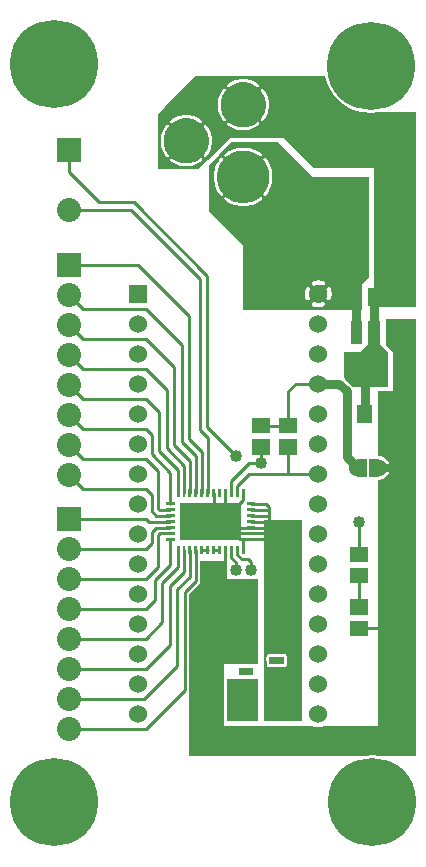
<source format=gbr>
G04 start of page 2 for group 0 idx 0 *
G04 Title: (unknown), component *
G04 Creator: pcb 20140316 *
G04 CreationDate: Wed 01 Aug 2018 03:37:01 PM GMT UTC *
G04 For: railfan *
G04 Format: Gerber/RS-274X *
G04 PCB-Dimensions (mil): 1400.00 2800.00 *
G04 PCB-Coordinate-Origin: lower left *
%MOIN*%
%FSLAX25Y25*%
%LNTOP*%
%ADD37C,0.0380*%
%ADD36C,0.1100*%
%ADD35C,0.1250*%
%ADD34C,0.0480*%
%ADD33C,0.0280*%
%ADD32C,0.1285*%
%ADD31C,0.0200*%
%ADD30C,0.0400*%
%ADD29R,0.0700X0.0700*%
%ADD28R,0.1240X0.1240*%
%ADD27R,0.0244X0.0244*%
%ADD26R,0.0490X0.0490*%
%ADD25R,0.0098X0.0098*%
%ADD24R,0.0630X0.0630*%
%ADD23R,0.0945X0.0945*%
%ADD22R,0.0378X0.0378*%
%ADD21R,0.0512X0.0512*%
%ADD20R,0.0300X0.0300*%
%ADD19C,0.1500*%
%ADD18C,0.1750*%
%ADD17C,0.0800*%
%ADD16C,0.0600*%
%ADD15C,0.2937*%
%ADD14C,0.0250*%
%ADD13C,0.0300*%
%ADD12C,0.0100*%
%ADD11C,0.0001*%
G54D11*G36*
X79500Y44000D02*X74500D01*
Y58000D01*
X79500D01*
Y44000D01*
G37*
G36*
X65693Y91500D02*X77382D01*
X77500Y91491D01*
X77618Y91500D01*
X82382D01*
X82500Y91491D01*
X82618Y91500D01*
X85000D01*
Y63000D01*
X62000D01*
Y86379D01*
X65212Y89591D01*
X65257Y89629D01*
X65410Y89809D01*
X65411Y89809D01*
X65534Y90010D01*
X65624Y90228D01*
X65679Y90458D01*
X65698Y90693D01*
X65693Y90752D01*
Y91500D01*
G37*
G36*
X74500Y88500D02*X65500D01*
Y89955D01*
X65534Y90010D01*
X65624Y90228D01*
X65679Y90458D01*
X65698Y90693D01*
X65693Y90752D01*
Y97500D01*
X74500D01*
Y94618D01*
X74491Y94500D01*
X74500Y94382D01*
Y88500D01*
G37*
G36*
X62000Y70500D02*X73500D01*
Y32500D01*
X62000D01*
Y54441D01*
X62005Y54500D01*
X62000Y54559D01*
Y70500D01*
G37*
G36*
X78000Y44000D02*Y58000D01*
X85000D01*
Y44000D01*
X78000D01*
G37*
G36*
X91158Y111000D02*X99500D01*
Y44000D01*
X91158D01*
Y62024D01*
X93716Y62029D01*
X93869Y62066D01*
X94015Y62126D01*
X94149Y62208D01*
X94269Y62310D01*
X94371Y62430D01*
X94453Y62564D01*
X94513Y62710D01*
X94550Y62863D01*
X94559Y63020D01*
X94550Y65617D01*
X94513Y65770D01*
X94453Y65916D01*
X94371Y66050D01*
X94269Y66170D01*
X94149Y66272D01*
X94015Y66354D01*
X93869Y66414D01*
X93716Y66451D01*
X93559Y66460D01*
X91158Y66456D01*
Y111000D01*
G37*
G36*
X87000Y44000D02*Y111000D01*
X91158D01*
Y66456D01*
X88599Y66451D01*
X88446Y66414D01*
X88300Y66354D01*
X88166Y66272D01*
X88046Y66170D01*
X87944Y66050D01*
X87862Y65916D01*
X87802Y65770D01*
X87765Y65617D01*
X87756Y65460D01*
X87765Y62863D01*
X87802Y62710D01*
X87862Y62564D01*
X87944Y62430D01*
X88046Y62310D01*
X88166Y62208D01*
X88300Y62126D01*
X88446Y62066D01*
X88599Y62029D01*
X88756Y62020D01*
X91158Y62024D01*
Y44000D01*
X87000D01*
G37*
G36*
X62000Y32500D02*Y42500D01*
X102915D01*
X102951Y42478D01*
X103605Y42207D01*
X104294Y42042D01*
X105000Y41986D01*
X105706Y42042D01*
X106395Y42207D01*
X107049Y42478D01*
X107085Y42500D01*
X137500D01*
Y32500D01*
X125622D01*
X125461Y32539D01*
X123000Y32732D01*
X120539Y32539D01*
X120378Y32500D01*
X62000D01*
G37*
G36*
X137500D02*X132000D01*
Y108007D01*
X135235Y108014D01*
X135465Y108069D01*
X135683Y108159D01*
X135884Y108283D01*
X136064Y108436D01*
X136217Y108616D01*
X136341Y108817D01*
X136431Y109035D01*
X136486Y109265D01*
X136500Y109500D01*
X136486Y115735D01*
X136431Y115965D01*
X136341Y116183D01*
X136217Y116384D01*
X136064Y116564D01*
X135884Y116717D01*
X135683Y116841D01*
X135465Y116931D01*
X135235Y116986D01*
X135000Y117000D01*
X132000Y116993D01*
Y117500D01*
X137500D01*
Y32500D01*
G37*
G36*
X132000D02*X125622D01*
X125461Y32539D01*
X125000Y32575D01*
Y117500D01*
X132000D01*
Y116993D01*
X128765Y116986D01*
X128535Y116931D01*
X128317Y116841D01*
X128116Y116717D01*
X127936Y116564D01*
X127783Y116384D01*
X127659Y116183D01*
X127569Y115965D01*
X127514Y115735D01*
X127500Y115500D01*
X127514Y109265D01*
X127569Y109035D01*
X127659Y108817D01*
X127783Y108616D01*
X127936Y108436D01*
X128116Y108283D01*
X128317Y108159D01*
X128535Y108069D01*
X128765Y108014D01*
X129000Y108000D01*
X132000Y108007D01*
Y32500D01*
G37*
G36*
X126500Y118500D02*X137500D01*
Y106500D01*
X126500D01*
Y118500D01*
G37*
G36*
X89000Y237000D02*X91500D01*
X103000Y225500D01*
Y222500D01*
X89286D01*
X89512Y223315D01*
X89671Y224182D01*
X89750Y225059D01*
Y225941D01*
X89671Y226818D01*
X89512Y227685D01*
X89276Y228534D01*
X89000Y229266D01*
Y237000D01*
G37*
G36*
X68500Y214000D02*Y215500D01*
X82500D01*
Y202500D01*
X80000D01*
X68500Y214000D01*
G37*
G36*
X88224Y228464D02*X88317Y228220D01*
X88528Y227459D01*
X88670Y226682D01*
X88741Y225895D01*
Y225105D01*
X88670Y224318D01*
X88528Y223541D01*
X88317Y222780D01*
X88224Y222536D01*
Y228464D01*
G37*
G36*
X91500Y214000D02*X88224D01*
Y220257D01*
X88581Y220849D01*
X88965Y221642D01*
X89276Y222466D01*
X89512Y223315D01*
X89671Y224182D01*
X89750Y225059D01*
Y225941D01*
X89671Y226818D01*
X89512Y227685D01*
X89276Y228534D01*
X88965Y229358D01*
X88581Y230151D01*
X88224Y230743D01*
Y237000D01*
X91500D01*
Y214000D01*
G37*
G36*
X88224D02*X80004D01*
Y215750D01*
X80441D01*
X81318Y215829D01*
X82185Y215988D01*
X83034Y216224D01*
X83858Y216535D01*
X84651Y216919D01*
X85406Y217374D01*
X86116Y217894D01*
X86175Y217949D01*
X86224Y218012D01*
X86262Y218083D01*
X86289Y218158D01*
X86304Y218237D01*
X86307Y218317D01*
X86297Y218396D01*
X86274Y218473D01*
X86240Y218545D01*
X86195Y218612D01*
X86140Y218670D01*
X86076Y218719D01*
X86006Y218757D01*
X85931Y218784D01*
X85852Y218799D01*
X85772Y218802D01*
X85692Y218791D01*
X85615Y218769D01*
X85543Y218735D01*
X85478Y218688D01*
X84846Y218215D01*
X84169Y217807D01*
X83459Y217463D01*
X82720Y217183D01*
X81959Y216972D01*
X81182Y216830D01*
X80395Y216759D01*
X80004D01*
Y234241D01*
X80395D01*
X81182Y234170D01*
X81959Y234028D01*
X82720Y233817D01*
X83459Y233537D01*
X84169Y233193D01*
X84846Y232785D01*
X85483Y232319D01*
X85548Y232273D01*
X85619Y232239D01*
X85694Y232217D01*
X85772Y232207D01*
X85851Y232210D01*
X85928Y232224D01*
X86002Y232251D01*
X86071Y232289D01*
X86134Y232337D01*
X86188Y232394D01*
X86232Y232459D01*
X86266Y232530D01*
X86288Y232606D01*
X86298Y232684D01*
X86295Y232762D01*
X86281Y232840D01*
X86254Y232914D01*
X86217Y232983D01*
X86168Y233045D01*
X86110Y233098D01*
X85406Y233626D01*
X84651Y234081D01*
X83858Y234465D01*
X83034Y234776D01*
X82185Y235012D01*
X81318Y235171D01*
X80441Y235250D01*
X80004D01*
Y237000D01*
X88224D01*
Y230743D01*
X88126Y230906D01*
X87606Y231616D01*
X87551Y231675D01*
X87488Y231724D01*
X87417Y231762D01*
X87342Y231789D01*
X87263Y231804D01*
X87183Y231807D01*
X87104Y231797D01*
X87027Y231774D01*
X86955Y231740D01*
X86888Y231695D01*
X86830Y231640D01*
X86781Y231576D01*
X86743Y231506D01*
X86716Y231431D01*
X86701Y231352D01*
X86698Y231272D01*
X86709Y231192D01*
X86731Y231115D01*
X86765Y231043D01*
X86812Y230978D01*
X87285Y230346D01*
X87693Y229669D01*
X88037Y228959D01*
X88224Y228464D01*
Y222536D01*
X88037Y222041D01*
X87693Y221331D01*
X87285Y220654D01*
X86819Y220017D01*
X86773Y219952D01*
X86739Y219881D01*
X86717Y219806D01*
X86707Y219728D01*
X86710Y219649D01*
X86724Y219572D01*
X86751Y219498D01*
X86789Y219429D01*
X86837Y219366D01*
X86894Y219312D01*
X86959Y219268D01*
X87030Y219234D01*
X87106Y219212D01*
X87184Y219202D01*
X87262Y219205D01*
X87340Y219219D01*
X87414Y219246D01*
X87483Y219283D01*
X87545Y219332D01*
X87598Y219390D01*
X88126Y220094D01*
X88224Y220257D01*
Y214000D01*
G37*
G36*
X80004D02*X71776D01*
Y220257D01*
X71874Y220094D01*
X72394Y219384D01*
X72449Y219325D01*
X72512Y219276D01*
X72583Y219238D01*
X72658Y219211D01*
X72737Y219196D01*
X72817Y219193D01*
X72896Y219203D01*
X72973Y219226D01*
X73045Y219260D01*
X73112Y219305D01*
X73170Y219360D01*
X73219Y219424D01*
X73257Y219494D01*
X73284Y219569D01*
X73299Y219648D01*
X73302Y219728D01*
X73291Y219808D01*
X73269Y219885D01*
X73235Y219957D01*
X73188Y220022D01*
X72715Y220654D01*
X72307Y221331D01*
X71963Y222041D01*
X71776Y222536D01*
Y228464D01*
X71963Y228959D01*
X72307Y229669D01*
X72715Y230346D01*
X73181Y230983D01*
X73227Y231048D01*
X73261Y231119D01*
X73283Y231194D01*
X73293Y231272D01*
X73290Y231351D01*
X73276Y231428D01*
X73249Y231502D01*
X73211Y231571D01*
X73163Y231634D01*
X73106Y231688D01*
X73041Y231732D01*
X72970Y231766D01*
X72894Y231788D01*
X72816Y231798D01*
X72738Y231795D01*
X72660Y231781D01*
X72586Y231754D01*
X72517Y231717D01*
X72455Y231668D01*
X72402Y231610D01*
X71874Y230906D01*
X71776Y230743D01*
Y232776D01*
X76000Y237000D01*
X80004D01*
Y235250D01*
X79559D01*
X78682Y235171D01*
X77815Y235012D01*
X76966Y234776D01*
X76142Y234465D01*
X75349Y234081D01*
X74594Y233626D01*
X73884Y233106D01*
X73825Y233051D01*
X73776Y232988D01*
X73738Y232917D01*
X73711Y232842D01*
X73696Y232763D01*
X73693Y232683D01*
X73703Y232604D01*
X73726Y232527D01*
X73760Y232455D01*
X73805Y232388D01*
X73860Y232330D01*
X73924Y232281D01*
X73994Y232243D01*
X74069Y232216D01*
X74148Y232201D01*
X74228Y232198D01*
X74308Y232209D01*
X74385Y232231D01*
X74457Y232265D01*
X74522Y232312D01*
X75154Y232785D01*
X75831Y233193D01*
X76541Y233537D01*
X77280Y233817D01*
X78041Y234028D01*
X78818Y234170D01*
X79605Y234241D01*
X80004D01*
Y216759D01*
X79605D01*
X78818Y216830D01*
X78041Y216972D01*
X77280Y217183D01*
X76541Y217463D01*
X75831Y217807D01*
X75154Y218215D01*
X74517Y218681D01*
X74452Y218727D01*
X74381Y218761D01*
X74306Y218783D01*
X74228Y218793D01*
X74149Y218790D01*
X74072Y218776D01*
X73998Y218749D01*
X73929Y218711D01*
X73866Y218663D01*
X73812Y218606D01*
X73768Y218541D01*
X73734Y218470D01*
X73712Y218394D01*
X73702Y218316D01*
X73705Y218238D01*
X73719Y218160D01*
X73746Y218086D01*
X73783Y218017D01*
X73832Y217955D01*
X73890Y217902D01*
X74594Y217374D01*
X75349Y216919D01*
X76142Y216535D01*
X76966Y216224D01*
X77815Y215988D01*
X78682Y215829D01*
X79559Y215750D01*
X80004D01*
Y214000D01*
G37*
G36*
X71776Y222536D02*X71683Y222780D01*
X71472Y223541D01*
X71330Y224318D01*
X71259Y225105D01*
Y225895D01*
X71330Y226682D01*
X71472Y227459D01*
X71683Y228220D01*
X71776Y228464D01*
Y222536D01*
G37*
G36*
Y214000D02*X68500D01*
Y229500D01*
X71776Y232776D01*
Y230743D01*
X71419Y230151D01*
X71035Y229358D01*
X70724Y228534D01*
X70488Y227685D01*
X70329Y226818D01*
X70250Y225941D01*
Y225059D01*
X70329Y224182D01*
X70488Y223315D01*
X70724Y222466D01*
X71035Y221642D01*
X71419Y220849D01*
X71776Y220257D01*
Y214000D01*
G37*
G36*
X119500Y181000D02*X108613D01*
Y184353D01*
X108656Y184360D01*
X108768Y184397D01*
X108873Y184452D01*
X108968Y184522D01*
X109051Y184606D01*
X109119Y184702D01*
X109170Y184808D01*
X109318Y185216D01*
X109422Y185637D01*
X109484Y186067D01*
X109505Y186500D01*
X109484Y186933D01*
X109422Y187363D01*
X109318Y187784D01*
X109175Y188194D01*
X109122Y188300D01*
X109053Y188396D01*
X108970Y188481D01*
X108875Y188551D01*
X108769Y188606D01*
X108657Y188643D01*
X108613Y188651D01*
Y225500D01*
X122000D01*
Y192000D01*
X119500Y189500D01*
Y181000D01*
G37*
G36*
X108613D02*X105176D01*
X105002Y181014D01*
Y181995D01*
X105433Y182016D01*
X105863Y182078D01*
X106284Y182182D01*
X106694Y182325D01*
X106800Y182378D01*
X106896Y182447D01*
X106981Y182530D01*
X107051Y182625D01*
X107106Y182731D01*
X107143Y182843D01*
X107163Y182960D01*
X107164Y183079D01*
X107146Y183196D01*
X107110Y183309D01*
X107057Y183415D01*
X106988Y183512D01*
X106905Y183596D01*
X106809Y183667D01*
X106704Y183721D01*
X106592Y183759D01*
X106475Y183778D01*
X106356Y183779D01*
X106239Y183761D01*
X106126Y183723D01*
X105855Y183624D01*
X105575Y183556D01*
X105289Y183514D01*
X105002Y183500D01*
Y189500D01*
X105289Y189486D01*
X105575Y189444D01*
X105855Y189376D01*
X106128Y189280D01*
X106239Y189242D01*
X106356Y189225D01*
X106474Y189225D01*
X106591Y189245D01*
X106703Y189282D01*
X106807Y189336D01*
X106902Y189406D01*
X106985Y189491D01*
X107054Y189587D01*
X107107Y189692D01*
X107143Y189805D01*
X107160Y189921D01*
X107159Y190039D01*
X107140Y190156D01*
X107103Y190268D01*
X107048Y190373D01*
X106978Y190468D01*
X106894Y190551D01*
X106798Y190619D01*
X106692Y190670D01*
X106284Y190818D01*
X105863Y190922D01*
X105433Y190984D01*
X105002Y191005D01*
Y225500D01*
X108613D01*
Y188651D01*
X108540Y188663D01*
X108421Y188664D01*
X108304Y188646D01*
X108191Y188610D01*
X108085Y188557D01*
X107988Y188488D01*
X107904Y188405D01*
X107833Y188309D01*
X107779Y188204D01*
X107741Y188092D01*
X107722Y187975D01*
X107721Y187856D01*
X107739Y187739D01*
X107777Y187626D01*
X107876Y187355D01*
X107944Y187075D01*
X107986Y186789D01*
X108000Y186500D01*
X107986Y186211D01*
X107944Y185925D01*
X107876Y185645D01*
X107780Y185372D01*
X107742Y185261D01*
X107725Y185144D01*
X107725Y185026D01*
X107745Y184909D01*
X107782Y184797D01*
X107836Y184693D01*
X107906Y184598D01*
X107991Y184515D01*
X108087Y184446D01*
X108192Y184393D01*
X108305Y184357D01*
X108421Y184340D01*
X108539Y184341D01*
X108613Y184353D01*
Y181000D01*
G37*
G36*
X105002Y181014D02*X105000Y181014D01*
X104824Y181000D01*
X101387D01*
Y184349D01*
X101460Y184337D01*
X101579Y184336D01*
X101696Y184354D01*
X101809Y184390D01*
X101915Y184443D01*
X102012Y184512D01*
X102096Y184595D01*
X102167Y184691D01*
X102221Y184796D01*
X102259Y184908D01*
X102278Y185025D01*
X102279Y185144D01*
X102261Y185261D01*
X102223Y185374D01*
X102124Y185645D01*
X102056Y185925D01*
X102014Y186211D01*
X102000Y186500D01*
X102014Y186789D01*
X102056Y187075D01*
X102124Y187355D01*
X102220Y187628D01*
X102258Y187739D01*
X102275Y187856D01*
X102275Y187974D01*
X102255Y188091D01*
X102218Y188203D01*
X102164Y188307D01*
X102094Y188402D01*
X102009Y188485D01*
X101913Y188554D01*
X101808Y188607D01*
X101695Y188643D01*
X101579Y188660D01*
X101461Y188659D01*
X101387Y188647D01*
Y225500D01*
X105002D01*
Y191005D01*
X105000Y191005D01*
X104567Y190984D01*
X104137Y190922D01*
X103716Y190818D01*
X103306Y190675D01*
X103200Y190622D01*
X103104Y190553D01*
X103019Y190470D01*
X102949Y190375D01*
X102894Y190269D01*
X102857Y190157D01*
X102837Y190040D01*
X102836Y189921D01*
X102854Y189804D01*
X102890Y189691D01*
X102943Y189585D01*
X103012Y189488D01*
X103095Y189404D01*
X103191Y189333D01*
X103296Y189279D01*
X103408Y189241D01*
X103525Y189222D01*
X103644Y189221D01*
X103761Y189239D01*
X103874Y189277D01*
X104145Y189376D01*
X104425Y189444D01*
X104711Y189486D01*
X105000Y189500D01*
X105002Y189500D01*
Y183500D01*
X105000Y183500D01*
X104711Y183514D01*
X104425Y183556D01*
X104145Y183624D01*
X103872Y183720D01*
X103761Y183758D01*
X103644Y183775D01*
X103526Y183775D01*
X103409Y183755D01*
X103297Y183718D01*
X103193Y183664D01*
X103098Y183594D01*
X103015Y183509D01*
X102946Y183413D01*
X102893Y183308D01*
X102857Y183195D01*
X102840Y183079D01*
X102841Y182961D01*
X102860Y182844D01*
X102897Y182732D01*
X102952Y182627D01*
X103022Y182532D01*
X103106Y182449D01*
X103202Y182381D01*
X103308Y182330D01*
X103716Y182182D01*
X104137Y182078D01*
X104567Y182016D01*
X105000Y181995D01*
X105002Y181995D01*
Y181014D01*
G37*
G36*
X101387Y181000D02*X80000D01*
Y215750D01*
X80441D01*
X81318Y215829D01*
X82185Y215988D01*
X83034Y216224D01*
X83858Y216535D01*
X84651Y216919D01*
X85406Y217374D01*
X86116Y217894D01*
X86175Y217949D01*
X86224Y218012D01*
X86262Y218083D01*
X86289Y218158D01*
X86304Y218237D01*
X86307Y218317D01*
X86297Y218396D01*
X86274Y218473D01*
X86240Y218545D01*
X86195Y218612D01*
X86140Y218670D01*
X86076Y218719D01*
X86006Y218757D01*
X85931Y218784D01*
X85852Y218799D01*
X85772Y218802D01*
X85692Y218791D01*
X85615Y218769D01*
X85543Y218735D01*
X85478Y218688D01*
X84846Y218215D01*
X84169Y217807D01*
X83459Y217463D01*
X82720Y217183D01*
X81959Y216972D01*
X81182Y216830D01*
X80395Y216759D01*
X80000D01*
Y225500D01*
X88741D01*
Y225105D01*
X88670Y224318D01*
X88528Y223541D01*
X88317Y222780D01*
X88037Y222041D01*
X87693Y221331D01*
X87285Y220654D01*
X86819Y220017D01*
X86773Y219952D01*
X86739Y219881D01*
X86717Y219806D01*
X86707Y219728D01*
X86710Y219649D01*
X86724Y219572D01*
X86751Y219498D01*
X86789Y219429D01*
X86837Y219366D01*
X86894Y219312D01*
X86959Y219268D01*
X87030Y219234D01*
X87106Y219212D01*
X87184Y219202D01*
X87262Y219205D01*
X87340Y219219D01*
X87414Y219246D01*
X87483Y219283D01*
X87545Y219332D01*
X87598Y219390D01*
X88126Y220094D01*
X88581Y220849D01*
X88965Y221642D01*
X89276Y222466D01*
X89512Y223315D01*
X89671Y224182D01*
X89750Y225059D01*
Y225500D01*
X101387D01*
Y188647D01*
X101344Y188640D01*
X101232Y188603D01*
X101127Y188548D01*
X101032Y188478D01*
X100949Y188394D01*
X100881Y188298D01*
X100830Y188192D01*
X100682Y187784D01*
X100578Y187363D01*
X100516Y186933D01*
X100495Y186500D01*
X100516Y186067D01*
X100578Y185637D01*
X100682Y185216D01*
X100825Y184806D01*
X100878Y184700D01*
X100947Y184604D01*
X101030Y184519D01*
X101125Y184449D01*
X101231Y184394D01*
X101343Y184357D01*
X101387Y184349D01*
Y181000D01*
G37*
G36*
X137500Y247000D02*Y182000D01*
X123500D01*
Y246846D01*
X124961Y246961D01*
X125122Y247000D01*
X137500D01*
G37*
G36*
Y112000D02*X136494D01*
X136486Y115735D01*
X136431Y115965D01*
X136341Y116183D01*
X136217Y116384D01*
X136064Y116564D01*
X135884Y116717D01*
X135683Y116841D01*
X135465Y116931D01*
X135235Y116986D01*
X135000Y117000D01*
X128765Y116986D01*
X128535Y116931D01*
X128317Y116841D01*
X128116Y116717D01*
X127936Y116564D01*
X127783Y116384D01*
X127659Y116183D01*
X127569Y115965D01*
X127514Y115735D01*
X127500Y115500D01*
X127508Y112000D01*
X125000D01*
Y124496D01*
X125528Y124537D01*
X126140Y124684D01*
X126722Y124925D01*
X127258Y125254D01*
X127737Y125663D01*
X128146Y126142D01*
X128475Y126678D01*
X128716Y127260D01*
X128863Y127872D01*
X128900Y128500D01*
X128863Y129128D01*
X128716Y129740D01*
X128475Y130322D01*
X128146Y130858D01*
X127737Y131337D01*
X127258Y131746D01*
X126722Y132075D01*
X126140Y132316D01*
X125528Y132463D01*
X125000Y132504D01*
Y154000D01*
X137500D01*
Y112000D01*
G37*
G36*
X127500Y178000D02*X137500D01*
Y152000D01*
X130000D01*
Y167000D01*
X127500Y169500D01*
Y178000D01*
G37*
G36*
X113500Y167000D02*X123500D01*
Y155500D01*
X116507D01*
X116273Y155773D01*
X116198Y155837D01*
X113837Y158198D01*
X113773Y158273D01*
X113500Y158507D01*
Y167000D01*
G37*
G36*
X87155Y251745D02*X87319Y251138D01*
X87435Y250488D01*
X87493Y249830D01*
Y249170D01*
X87435Y248512D01*
X87319Y247862D01*
X87155Y247255D01*
Y251745D01*
G37*
G36*
Y259000D02*X107211D01*
X107538Y257638D01*
X108482Y255358D01*
X109772Y253253D01*
X111376Y251376D01*
X113253Y249772D01*
X115358Y248482D01*
X117638Y247538D01*
X120039Y246961D01*
X122000Y246807D01*
Y238500D01*
X87155D01*
Y244896D01*
X87530Y245539D01*
X87849Y246216D01*
X88107Y246919D01*
X88303Y247642D01*
X88434Y248380D01*
X88500Y249126D01*
Y249874D01*
X88434Y250621D01*
X88303Y251358D01*
X88107Y252081D01*
X87849Y252784D01*
X87530Y253461D01*
X87155Y254104D01*
Y259000D01*
G37*
G36*
X80004D02*X87155D01*
Y254104D01*
X87152Y254108D01*
X86719Y254719D01*
X86666Y254779D01*
X86604Y254828D01*
X86534Y254868D01*
X86460Y254896D01*
X86381Y254912D01*
X86302Y254916D01*
X86222Y254907D01*
X86145Y254886D01*
X86073Y254853D01*
X86006Y254809D01*
X85947Y254756D01*
X85897Y254693D01*
X85857Y254624D01*
X85829Y254549D01*
X85813Y254471D01*
X85809Y254391D01*
X85818Y254312D01*
X85839Y254235D01*
X85872Y254162D01*
X85917Y254096D01*
X86305Y253562D01*
X86638Y252992D01*
X86919Y252395D01*
X87147Y251775D01*
X87155Y251745D01*
Y247255D01*
X87147Y247225D01*
X86919Y246605D01*
X86638Y246008D01*
X86305Y245438D01*
X85923Y244899D01*
X85879Y244834D01*
X85846Y244763D01*
X85825Y244687D01*
X85817Y244609D01*
X85820Y244530D01*
X85836Y244453D01*
X85864Y244379D01*
X85903Y244311D01*
X85952Y244249D01*
X86010Y244196D01*
X86076Y244153D01*
X86148Y244121D01*
X86224Y244100D01*
X86302Y244091D01*
X86381Y244095D01*
X86458Y244111D01*
X86531Y244139D01*
X86600Y244178D01*
X86661Y244227D01*
X86713Y244286D01*
X87152Y244892D01*
X87155Y244896D01*
Y238500D01*
X80004D01*
Y241000D01*
X80374D01*
X81120Y241066D01*
X81858Y241197D01*
X82581Y241393D01*
X83284Y241651D01*
X83961Y241970D01*
X84608Y242348D01*
X85219Y242781D01*
X85279Y242834D01*
X85328Y242896D01*
X85368Y242966D01*
X85396Y243040D01*
X85412Y243119D01*
X85416Y243198D01*
X85407Y243278D01*
X85386Y243355D01*
X85353Y243427D01*
X85309Y243494D01*
X85256Y243553D01*
X85193Y243603D01*
X85124Y243643D01*
X85049Y243671D01*
X84971Y243687D01*
X84891Y243691D01*
X84812Y243682D01*
X84735Y243661D01*
X84662Y243628D01*
X84596Y243583D01*
X84062Y243195D01*
X83492Y242862D01*
X82895Y242581D01*
X82275Y242353D01*
X81638Y242181D01*
X80988Y242065D01*
X80330Y242007D01*
X80004D01*
Y256993D01*
X80330D01*
X80988Y256935D01*
X81638Y256819D01*
X82275Y256647D01*
X82895Y256419D01*
X83492Y256138D01*
X84062Y255805D01*
X84601Y255423D01*
X84666Y255379D01*
X84737Y255346D01*
X84813Y255325D01*
X84891Y255317D01*
X84970Y255320D01*
X85047Y255336D01*
X85121Y255364D01*
X85189Y255403D01*
X85251Y255452D01*
X85304Y255510D01*
X85347Y255576D01*
X85379Y255648D01*
X85400Y255724D01*
X85409Y255802D01*
X85405Y255881D01*
X85389Y255958D01*
X85361Y256031D01*
X85322Y256100D01*
X85273Y256161D01*
X85214Y256213D01*
X84608Y256652D01*
X83961Y257030D01*
X83284Y257349D01*
X82581Y257607D01*
X81858Y257803D01*
X81120Y257934D01*
X80374Y258000D01*
X80004D01*
Y259000D01*
G37*
G36*
X72845D02*X80004D01*
Y258000D01*
X79626D01*
X78879Y257934D01*
X78142Y257803D01*
X77419Y257607D01*
X76716Y257349D01*
X76039Y257030D01*
X75392Y256652D01*
X74781Y256219D01*
X74721Y256166D01*
X74672Y256104D01*
X74632Y256034D01*
X74604Y255960D01*
X74588Y255881D01*
X74584Y255802D01*
X74593Y255722D01*
X74614Y255645D01*
X74647Y255573D01*
X74691Y255506D01*
X74744Y255447D01*
X74807Y255397D01*
X74876Y255357D01*
X74951Y255329D01*
X75029Y255313D01*
X75109Y255309D01*
X75188Y255318D01*
X75265Y255339D01*
X75338Y255372D01*
X75404Y255417D01*
X75938Y255805D01*
X76508Y256138D01*
X77105Y256419D01*
X77725Y256647D01*
X78362Y256819D01*
X79012Y256935D01*
X79670Y256993D01*
X80004D01*
Y242007D01*
X79670D01*
X79012Y242065D01*
X78362Y242181D01*
X77725Y242353D01*
X77105Y242581D01*
X76508Y242862D01*
X75938Y243195D01*
X75399Y243577D01*
X75334Y243621D01*
X75263Y243654D01*
X75187Y243675D01*
X75109Y243683D01*
X75030Y243680D01*
X74953Y243664D01*
X74879Y243636D01*
X74811Y243597D01*
X74749Y243548D01*
X74696Y243490D01*
X74653Y243424D01*
X74621Y243352D01*
X74600Y243276D01*
X74591Y243198D01*
X74595Y243119D01*
X74611Y243042D01*
X74639Y242969D01*
X74678Y242900D01*
X74727Y242839D01*
X74786Y242787D01*
X75392Y242348D01*
X76039Y241970D01*
X76716Y241651D01*
X77419Y241393D01*
X78142Y241197D01*
X78879Y241066D01*
X79626Y241000D01*
X80004D01*
Y238500D01*
X72845D01*
Y244896D01*
X72848Y244892D01*
X73281Y244281D01*
X73334Y244221D01*
X73396Y244172D01*
X73466Y244132D01*
X73540Y244104D01*
X73619Y244088D01*
X73698Y244084D01*
X73778Y244093D01*
X73855Y244114D01*
X73927Y244147D01*
X73994Y244191D01*
X74053Y244244D01*
X74103Y244307D01*
X74143Y244376D01*
X74171Y244451D01*
X74187Y244529D01*
X74191Y244609D01*
X74182Y244688D01*
X74161Y244765D01*
X74128Y244838D01*
X74083Y244904D01*
X73695Y245438D01*
X73362Y246008D01*
X73081Y246605D01*
X72853Y247225D01*
X72845Y247255D01*
Y251745D01*
X72853Y251775D01*
X73081Y252395D01*
X73362Y252992D01*
X73695Y253562D01*
X74077Y254101D01*
X74121Y254166D01*
X74154Y254237D01*
X74175Y254313D01*
X74183Y254391D01*
X74180Y254470D01*
X74164Y254547D01*
X74136Y254621D01*
X74097Y254689D01*
X74048Y254751D01*
X73990Y254804D01*
X73924Y254847D01*
X73852Y254879D01*
X73776Y254900D01*
X73698Y254909D01*
X73619Y254905D01*
X73542Y254889D01*
X73469Y254861D01*
X73400Y254822D01*
X73339Y254773D01*
X73287Y254714D01*
X72848Y254108D01*
X72845Y254104D01*
Y259000D01*
G37*
G36*
Y247255D02*X72681Y247862D01*
X72565Y248512D01*
X72507Y249170D01*
Y249830D01*
X72565Y250488D01*
X72681Y251138D01*
X72845Y251745D01*
Y247255D01*
G37*
G36*
X70000Y259000D02*X72845D01*
Y254104D01*
X72470Y253461D01*
X72151Y252784D01*
X71893Y252081D01*
X71697Y251358D01*
X71566Y250621D01*
X71500Y249874D01*
Y249126D01*
X71566Y248380D01*
X71697Y247642D01*
X71893Y246919D01*
X72151Y246216D01*
X72470Y245539D01*
X72845Y244896D01*
Y238500D01*
X70000D01*
Y259000D01*
G37*
G36*
X92500Y239500D02*X122000D01*
Y228500D01*
X103500D01*
X92500Y239500D01*
G37*
G36*
X112000Y247000D02*X119878D01*
X120039Y246961D01*
X122500Y246768D01*
X124961Y246961D01*
X125122Y247000D01*
X137500D01*
Y228500D01*
X112000D01*
Y247000D01*
G37*
G36*
X75500Y238500D02*X72845Y235845D01*
Y244896D01*
X72848Y244892D01*
X73281Y244281D01*
X73334Y244221D01*
X73396Y244172D01*
X73466Y244132D01*
X73540Y244104D01*
X73619Y244088D01*
X73698Y244084D01*
X73778Y244093D01*
X73855Y244114D01*
X73927Y244147D01*
X73994Y244191D01*
X74053Y244244D01*
X74103Y244307D01*
X74143Y244376D01*
X74171Y244451D01*
X74187Y244529D01*
X74191Y244609D01*
X74182Y244688D01*
X74161Y244765D01*
X74128Y244838D01*
X74083Y244904D01*
X73695Y245438D01*
X73362Y246008D01*
X73081Y246605D01*
X72853Y247225D01*
X72845Y247255D01*
Y251745D01*
X72853Y251775D01*
X73081Y252395D01*
X73362Y252992D01*
X73695Y253562D01*
X74077Y254101D01*
X74121Y254166D01*
X74154Y254237D01*
X74175Y254313D01*
X74183Y254391D01*
X74180Y254470D01*
X74164Y254547D01*
X74136Y254621D01*
X74097Y254689D01*
X74048Y254751D01*
X73990Y254804D01*
X73924Y254847D01*
X73852Y254879D01*
X73776Y254900D01*
X73698Y254909D01*
X73619Y254905D01*
X73542Y254889D01*
X73469Y254861D01*
X73400Y254822D01*
X73339Y254773D01*
X73287Y254714D01*
X72848Y254108D01*
X72845Y254104D01*
Y259000D01*
X74000D01*
X75121Y243682D01*
X75109Y243683D01*
X75030Y243680D01*
X74953Y243664D01*
X74879Y243636D01*
X74811Y243597D01*
X74749Y243548D01*
X74696Y243490D01*
X74653Y243424D01*
X74621Y243352D01*
X74600Y243276D01*
X74591Y243198D01*
X74595Y243119D01*
X74611Y243042D01*
X74639Y242969D01*
X74678Y242900D01*
X74727Y242839D01*
X74786Y242787D01*
X75209Y242480D01*
X75500Y238500D01*
G37*
G36*
X72845Y247255D02*X72681Y247862D01*
X72565Y248512D01*
X72507Y249170D01*
Y249830D01*
X72565Y250488D01*
X72681Y251138D01*
X72845Y251745D01*
Y247255D01*
G37*
G36*
X68155Y239745D02*X68319Y239138D01*
X68435Y238488D01*
X68493Y237830D01*
Y237170D01*
X68435Y236512D01*
X68319Y235862D01*
X68155Y235255D01*
Y239745D01*
G37*
G36*
X72845Y235845D02*X68155Y231155D01*
Y232896D01*
X68530Y233539D01*
X68849Y234216D01*
X69107Y234919D01*
X69303Y235642D01*
X69434Y236380D01*
X69500Y237126D01*
Y237874D01*
X69434Y238621D01*
X69303Y239358D01*
X69107Y240081D01*
X68849Y240784D01*
X68530Y241461D01*
X68155Y242104D01*
Y259000D01*
X72845D01*
Y254104D01*
X72470Y253461D01*
X72151Y252784D01*
X71893Y252081D01*
X71697Y251358D01*
X71566Y250621D01*
X71500Y249874D01*
Y249126D01*
X71566Y248380D01*
X71697Y247642D01*
X71893Y246919D01*
X72151Y246216D01*
X72470Y245539D01*
X72845Y244896D01*
Y235845D01*
G37*
G36*
X68155Y231155D02*X65000Y228000D01*
X61004D01*
Y229000D01*
X61374D01*
X62121Y229066D01*
X62858Y229197D01*
X63581Y229393D01*
X64284Y229651D01*
X64961Y229970D01*
X65608Y230348D01*
X66219Y230781D01*
X66279Y230834D01*
X66328Y230896D01*
X66368Y230966D01*
X66396Y231040D01*
X66412Y231119D01*
X66416Y231198D01*
X66407Y231278D01*
X66386Y231355D01*
X66353Y231427D01*
X66309Y231494D01*
X66256Y231553D01*
X66193Y231603D01*
X66124Y231643D01*
X66049Y231671D01*
X65971Y231687D01*
X65891Y231691D01*
X65812Y231682D01*
X65735Y231661D01*
X65662Y231628D01*
X65596Y231583D01*
X65062Y231195D01*
X64492Y230862D01*
X63895Y230581D01*
X63275Y230353D01*
X62638Y230181D01*
X61988Y230065D01*
X61330Y230007D01*
X61004D01*
Y244993D01*
X61330D01*
X61988Y244935D01*
X62638Y244819D01*
X63275Y244647D01*
X63895Y244419D01*
X64492Y244138D01*
X65062Y243805D01*
X65601Y243423D01*
X65666Y243379D01*
X65737Y243346D01*
X65813Y243325D01*
X65891Y243317D01*
X65970Y243320D01*
X66047Y243336D01*
X66121Y243364D01*
X66189Y243403D01*
X66251Y243452D01*
X66304Y243510D01*
X66347Y243576D01*
X66379Y243648D01*
X66400Y243724D01*
X66409Y243802D01*
X66405Y243881D01*
X66389Y243958D01*
X66361Y244031D01*
X66322Y244100D01*
X66273Y244161D01*
X66214Y244213D01*
X65608Y244652D01*
X64961Y245030D01*
X64284Y245349D01*
X63581Y245607D01*
X62858Y245803D01*
X62121Y245934D01*
X61374Y246000D01*
X61004D01*
Y256004D01*
X64000Y259000D01*
X68155D01*
Y242104D01*
X68152Y242108D01*
X67719Y242719D01*
X67666Y242779D01*
X67604Y242828D01*
X67534Y242868D01*
X67460Y242896D01*
X67381Y242912D01*
X67302Y242916D01*
X67222Y242907D01*
X67145Y242886D01*
X67073Y242853D01*
X67006Y242809D01*
X66947Y242756D01*
X66897Y242693D01*
X66857Y242624D01*
X66829Y242549D01*
X66813Y242471D01*
X66809Y242391D01*
X66818Y242312D01*
X66839Y242235D01*
X66872Y242162D01*
X66917Y242096D01*
X67305Y241562D01*
X67638Y240992D01*
X67919Y240395D01*
X68147Y239775D01*
X68155Y239745D01*
Y235255D01*
X68147Y235225D01*
X67919Y234605D01*
X67638Y234008D01*
X67305Y233438D01*
X66923Y232899D01*
X66879Y232834D01*
X66846Y232763D01*
X66825Y232687D01*
X66817Y232609D01*
X66820Y232530D01*
X66836Y232453D01*
X66864Y232379D01*
X66903Y232311D01*
X66952Y232249D01*
X67010Y232196D01*
X67076Y232153D01*
X67148Y232121D01*
X67224Y232100D01*
X67302Y232091D01*
X67381Y232095D01*
X67458Y232111D01*
X67531Y232139D01*
X67600Y232178D01*
X67661Y232227D01*
X67713Y232286D01*
X68152Y232892D01*
X68155Y232896D01*
Y231155D01*
G37*
G36*
X61004Y228000D02*X53845D01*
Y232896D01*
X53848Y232892D01*
X54281Y232281D01*
X54334Y232221D01*
X54396Y232172D01*
X54466Y232132D01*
X54540Y232104D01*
X54619Y232088D01*
X54698Y232084D01*
X54778Y232093D01*
X54855Y232114D01*
X54927Y232147D01*
X54994Y232191D01*
X55053Y232244D01*
X55103Y232307D01*
X55143Y232376D01*
X55171Y232451D01*
X55187Y232529D01*
X55191Y232609D01*
X55182Y232688D01*
X55161Y232765D01*
X55128Y232838D01*
X55083Y232904D01*
X54695Y233438D01*
X54362Y234008D01*
X54081Y234605D01*
X53853Y235225D01*
X53845Y235255D01*
Y239745D01*
X53853Y239775D01*
X54081Y240395D01*
X54362Y240992D01*
X54695Y241562D01*
X55077Y242101D01*
X55121Y242166D01*
X55154Y242237D01*
X55175Y242313D01*
X55183Y242391D01*
X55180Y242470D01*
X55164Y242547D01*
X55136Y242621D01*
X55097Y242689D01*
X55048Y242751D01*
X54990Y242804D01*
X54924Y242847D01*
X54852Y242879D01*
X54776Y242900D01*
X54698Y242909D01*
X54619Y242905D01*
X54542Y242889D01*
X54469Y242861D01*
X54400Y242822D01*
X54339Y242773D01*
X54287Y242714D01*
X53848Y242108D01*
X53845Y242104D01*
Y248845D01*
X61004Y256004D01*
Y246000D01*
X60626D01*
X59879Y245934D01*
X59142Y245803D01*
X58419Y245607D01*
X57716Y245349D01*
X57039Y245030D01*
X56392Y244652D01*
X55781Y244219D01*
X55721Y244166D01*
X55672Y244104D01*
X55632Y244034D01*
X55604Y243960D01*
X55588Y243881D01*
X55584Y243802D01*
X55593Y243722D01*
X55614Y243645D01*
X55647Y243573D01*
X55691Y243506D01*
X55744Y243447D01*
X55807Y243397D01*
X55876Y243357D01*
X55951Y243329D01*
X56029Y243313D01*
X56109Y243309D01*
X56188Y243318D01*
X56265Y243339D01*
X56338Y243372D01*
X56404Y243417D01*
X56938Y243805D01*
X57508Y244138D01*
X58105Y244419D01*
X58725Y244647D01*
X59362Y244819D01*
X60012Y244935D01*
X60670Y244993D01*
X61004D01*
Y230007D01*
X60670D01*
X60012Y230065D01*
X59362Y230181D01*
X58725Y230353D01*
X58105Y230581D01*
X57508Y230862D01*
X56938Y231195D01*
X56399Y231577D01*
X56334Y231621D01*
X56263Y231654D01*
X56187Y231675D01*
X56109Y231683D01*
X56030Y231680D01*
X55953Y231664D01*
X55879Y231636D01*
X55811Y231597D01*
X55749Y231548D01*
X55696Y231490D01*
X55653Y231424D01*
X55621Y231352D01*
X55600Y231276D01*
X55591Y231198D01*
X55595Y231119D01*
X55611Y231042D01*
X55639Y230969D01*
X55678Y230900D01*
X55727Y230839D01*
X55786Y230787D01*
X56392Y230348D01*
X57039Y229970D01*
X57716Y229651D01*
X58419Y229393D01*
X59142Y229197D01*
X59879Y229066D01*
X60626Y229000D01*
X61004D01*
Y228000D01*
G37*
G36*
X53845Y235255D02*X53681Y235862D01*
X53565Y236512D01*
X53507Y237170D01*
Y237830D01*
X53565Y238488D01*
X53681Y239138D01*
X53845Y239745D01*
Y235255D01*
G37*
G36*
Y228000D02*X51500D01*
Y246500D01*
X53845Y248845D01*
Y242104D01*
X53470Y241461D01*
X53151Y240784D01*
X52893Y240081D01*
X52697Y239358D01*
X52566Y238621D01*
X52500Y237874D01*
Y237126D01*
X52566Y236380D01*
X52697Y235642D01*
X52893Y234919D01*
X53151Y234216D01*
X53470Y233539D01*
X53845Y232896D01*
Y228000D01*
G37*
G54D12*X78843Y104657D02*X89500D01*
X79941Y101114D02*Y104657D01*
X118500Y99586D02*Y110500D01*
X78843Y104657D02*X76500Y107000D01*
X70098Y101114D02*X72067D01*
X66161D02*X68130D01*
X73114Y108594D02*X88114D01*
X73114Y106626D02*X88114D01*
X74035Y101114D02*Y88500D01*
X76004Y101114D02*Y98496D01*
X77972Y101114D02*Y99528D01*
X79500Y98000D01*
X81500D01*
X82500Y97000D01*
Y94500D01*
X76004Y98496D02*X77500Y97000D01*
Y94500D01*
X118500Y82043D02*Y92500D01*
Y74957D02*X128500D01*
X51500Y115000D02*Y127500D01*
X52000Y114500D02*X51500Y115000D01*
X55728Y114500D02*X52000D01*
X49500Y119500D02*X47500Y121500D01*
X50968Y112532D02*X49500Y114000D01*
X55728Y112532D02*X50968D01*
X52126Y106626D02*X51500Y106000D01*
X55728Y106626D02*X52126D01*
X51094Y108594D02*X49500Y107000D01*
X55728Y108594D02*X51094D01*
X82500Y116469D02*X87531D01*
X88500Y115500D01*
Y114500D03*
X82500D02*X88500D01*
Y115500D02*Y108594D01*
X82500Y112532D02*X88500D01*
X82500Y110563D02*X88500D01*
X82000Y126500D02*X105000D01*
X82000Y130000D02*X86000D01*
X95000Y135457D02*Y126500D01*
X51500Y127500D02*X47500Y131500D01*
X55728Y126772D02*X49500Y133000D01*
Y139500D01*
X58287Y127713D02*X52000Y134000D01*
X60256Y129244D02*X54500Y135000D01*
X62224Y130776D02*X57000Y136000D01*
X64193Y132307D02*X59500Y137000D01*
X66161Y133839D02*X62000Y138000D01*
X49500Y114000D02*Y119500D01*
X70098Y120012D02*Y115563D01*
X74035Y120012D02*Y115563D01*
X79941Y117890D02*X77614Y115563D01*
X79941Y120012D02*Y117890D01*
X55728Y116469D02*Y126772D01*
X58287Y120012D02*Y127713D01*
X60256Y120012D02*Y129244D01*
X62224Y120012D02*Y130776D01*
X64193Y120012D02*Y132307D01*
X66161Y120012D02*Y133839D01*
X68130Y120012D02*Y138370D01*
X65500Y141000D01*
X77972Y120012D02*Y122472D01*
X76004Y120012D02*Y124004D01*
X77972Y122472D02*X82000Y126500D01*
X76004Y124004D02*X82000Y130000D01*
X86000D02*Y135457D01*
X47500Y41500D02*X23000D01*
X60500Y54500D02*X47500Y41500D01*
X23000Y51500D02*X47000D01*
X55500Y69500D02*X47500Y61500D01*
X58000Y62500D02*X47000Y51500D01*
X47500Y61500D02*X23000D01*
X58000Y88000D02*Y62500D01*
X58287Y101114D02*Y95287D01*
X62224Y92224D02*X58000Y88000D01*
X60256Y93756D02*X55500Y89000D01*
X58287Y95287D02*X53000Y90000D01*
X55500Y89000D02*Y69500D01*
X55728Y104657D02*Y96228D01*
X60500Y87000D02*Y54500D01*
X64193Y90693D02*X60500Y87000D01*
X64193Y101114D02*Y90693D01*
X62224Y101114D02*Y92224D01*
X60256Y101114D02*Y93756D01*
X53000Y90000D02*Y77000D01*
X50500Y91000D02*Y84500D01*
X51500Y106000D02*Y95500D01*
X49500Y107000D02*Y103500D01*
X55728Y96228D02*X50500Y91000D01*
X51500Y95500D02*X47500Y91500D01*
X49500Y103500D02*X47500Y101500D01*
X53000Y77000D02*X47500Y71500D01*
X23000D01*
X50500Y84500D02*X47500Y81500D01*
X23000D01*
X47500Y91500D02*X23000D01*
X47500Y101500D02*X23000D01*
X47500Y111500D02*X23000D01*
X55728Y110563D02*X48437D01*
X47500Y111500D01*
Y121500D02*X26500D01*
X22000Y126000D01*
X26500Y131500D02*X22000Y136000D01*
X47500Y131500D02*X26500D01*
G54D13*X117689Y173562D02*Y185500D01*
X123595Y169704D02*Y185500D01*
G54D14*X124900Y128500D02*X131500D01*
G54D13*X120457Y146500D02*Y161120D01*
X112000Y156500D02*X105000D01*
X114500Y132100D02*X118100Y128500D01*
X114500Y154000D02*Y132100D01*
X112000Y156500D02*X114500Y154000D01*
G54D12*X97500Y156500D02*X105000D01*
X49500Y139500D02*X47500Y141500D01*
X26500D01*
X22000Y146000D01*
X86000Y142543D02*X95000D01*
Y154000D01*
X97500Y156500D01*
X52000Y134000D02*Y147000D01*
X54500Y135000D02*Y154500D01*
X57000Y136000D02*Y162000D01*
X59500Y137000D02*Y169500D01*
X62000Y138000D02*Y179000D01*
X52000Y147000D02*X47500Y151500D01*
X54500Y154500D02*X47500Y161500D01*
X57000Y162000D02*X47500Y171500D01*
Y151500D02*X26500D01*
X47500Y161500D02*X26500D01*
Y151500D02*X22000Y156000D01*
X65500Y141000D02*Y191500D01*
X68000Y192500D02*Y142000D01*
X77500Y132500D01*
X59500Y169500D02*X47500Y181500D01*
X62000Y179000D02*X45000Y196000D01*
X26500Y161500D02*X22000Y166000D01*
X23000Y196000D02*X45000D01*
X47500Y171500D02*X26500D01*
X22000Y176000D01*
X47500Y181500D02*X26500D01*
X22000Y186000D01*
X65500Y191500D02*X42500Y214500D01*
X43500Y217000D02*X68000Y192500D01*
X42500Y214500D02*X23000D01*
X32000Y217000D02*X43500D01*
X22000Y234500D02*Y227000D01*
X32000Y217000D01*
G54D15*X17000Y17000D03*
X123000D03*
G54D16*X45000Y66500D03*
Y56500D03*
Y46500D03*
X105000D03*
Y56500D03*
Y66500D03*
G54D17*X22000Y61500D03*
Y51500D03*
Y41500D03*
G54D15*X122500Y262500D03*
X17000Y263000D03*
G54D18*X80000Y225500D03*
G54D19*Y249500D03*
X61000Y237500D03*
G54D11*G36*
X18000Y238500D02*Y230500D01*
X26000D01*
Y238500D01*
X18000D01*
G37*
G54D16*X105000Y166500D03*
Y176500D03*
Y186500D03*
X45000Y156500D03*
Y146500D03*
Y136500D03*
Y126500D03*
Y116500D03*
Y106500D03*
Y96500D03*
Y86500D03*
G54D11*G36*
X42000Y189500D02*Y183500D01*
X48000D01*
Y189500D01*
X42000D01*
G37*
G36*
X18000Y200000D02*Y192000D01*
X26000D01*
Y200000D01*
X18000D01*
G37*
G54D17*X22000Y186000D03*
Y214500D03*
G54D16*X45000Y176500D03*
G54D17*X22000Y176000D03*
G54D16*X45000Y166500D03*
G54D17*X22000Y166000D03*
Y156000D03*
Y146000D03*
Y136000D03*
Y126000D03*
G54D11*G36*
X18000Y115500D02*Y107500D01*
X26000D01*
Y115500D01*
X18000D01*
G37*
G54D17*X22000Y101500D03*
Y91500D03*
Y81500D03*
Y71500D03*
G54D16*X45000Y76500D03*
X105000D03*
Y86500D03*
Y96500D03*
Y106500D03*
Y146500D03*
Y156500D03*
Y116500D03*
Y126500D03*
Y136500D03*
G54D11*G36*
X129000Y115500D02*Y109500D01*
X135000D01*
Y115500D01*
X129000D01*
G37*
G54D16*X118100Y128500D03*
G54D20*X119600Y130000D02*Y127000D01*
G54D16*X124900Y128500D03*
G54D20*X123400Y130000D02*Y127000D01*
G54D21*X127543Y146893D02*Y146107D01*
X120457Y146893D02*Y146107D01*
G54D22*X129501Y175609D02*Y171515D01*
X123595Y175609D02*Y163799D01*
G54D23*Y162065D02*Y160175D01*
G54D11*G36*
X125480Y169630D02*X128320Y166790D01*
X126900Y165370D01*
X124060Y168210D01*
X125480Y169630D01*
G37*
G36*
X118870Y166790D02*X121710Y169630D01*
X123130Y168210D01*
X120290Y165370D01*
X118870Y166790D01*
G37*
G54D22*X117689Y175609D02*Y171515D01*
G54D21*X118107Y99586D02*X118893D01*
X118107Y92500D02*X118893D01*
X118107Y82043D02*X118893D01*
X118107Y74957D02*X118893D01*
G54D24*X118500Y218807D02*Y212508D01*
Y238492D02*Y232193D01*
G54D21*X124043Y185893D02*Y185107D01*
X116957Y185893D02*Y185107D01*
G54D25*X79941Y120898D02*Y119126D01*
G54D21*X85607Y135457D02*X86393D01*
X85607Y142543D02*X86393D01*
X94607Y135457D02*X95393D01*
X94607Y142543D02*X95393D01*
G54D25*X77972Y120898D02*Y119126D01*
X76004Y120898D02*Y119126D01*
X74035Y120898D02*Y119126D01*
X72067Y120898D02*Y119126D01*
G54D21*X82457Y47393D02*Y46607D01*
Y73893D02*Y73107D01*
G54D26*X81500Y87300D02*Y83700D01*
G54D21*X89543Y47393D02*Y46607D01*
Y73893D02*Y73107D01*
G54D26*X91500Y87300D02*Y83700D01*
G54D27*X89976Y56760D02*X92339D01*
X89976Y60500D02*X92339D01*
X89976Y64240D02*X92339D01*
X79661D02*X82024D01*
X79661Y60500D02*X82024D01*
X79661Y56760D02*X82024D01*
G54D25*X70098Y120898D02*Y119126D01*
X68130Y120898D02*Y119126D01*
X66161Y120898D02*Y119126D01*
X64193Y120898D02*Y119126D01*
X62224Y120898D02*Y119126D01*
X60256Y120898D02*Y119126D01*
X58287Y120898D02*Y119126D01*
X54842Y116469D02*X56614D01*
X54842Y114500D02*X56614D01*
X54842Y112532D02*X56614D01*
X54842Y110563D02*X56614D01*
X54842Y108594D02*X56614D01*
X54842Y106626D02*X56614D01*
X54842Y104657D02*X56614D01*
X58287Y102000D02*Y100228D01*
X60256Y102000D02*Y100228D01*
X62224Y102000D02*Y100228D01*
X64193Y102000D02*Y100228D01*
X66161Y102000D02*Y100228D01*
X68130Y102000D02*Y100228D01*
X70098Y102000D02*Y100228D01*
X72067Y102000D02*Y100228D01*
X74035Y102000D02*Y100228D01*
X76004Y102000D02*Y100228D01*
X77972Y102000D02*Y100228D01*
X79941Y102000D02*Y100228D01*
X81614Y104657D02*X83386D01*
X81614Y106626D02*X83386D01*
X81614Y108594D02*X83386D01*
X81614Y110563D02*X83386D01*
X81614Y112532D02*X83386D01*
X81614Y114500D02*X83386D01*
X81614Y116469D02*X83386D01*
G54D28*X65176Y110563D02*X73052D01*
G54D29*X66614D02*X71614D01*
G54D30*X96957Y83000D03*
Y73000D03*
Y63000D03*
X97000Y53000D03*
X96071Y103563D03*
Y93563D03*
X77500Y94500D03*
X82500D03*
X118500Y110500D03*
X77500Y52500D03*
Y132500D03*
X86000Y130000D03*
X127500Y192000D03*
X132500D03*
X116000Y164500D03*
Y159500D03*
X127500Y197000D03*
X132500D03*
Y202000D03*
Y207000D03*
Y212000D03*
X127500Y202000D03*
Y207000D03*
G54D31*G54D32*G54D33*G54D34*G54D32*G54D35*G54D36*G54D34*G54D33*G54D34*G54D33*G54D34*G54D33*G54D34*G54D33*G54D37*M02*

</source>
